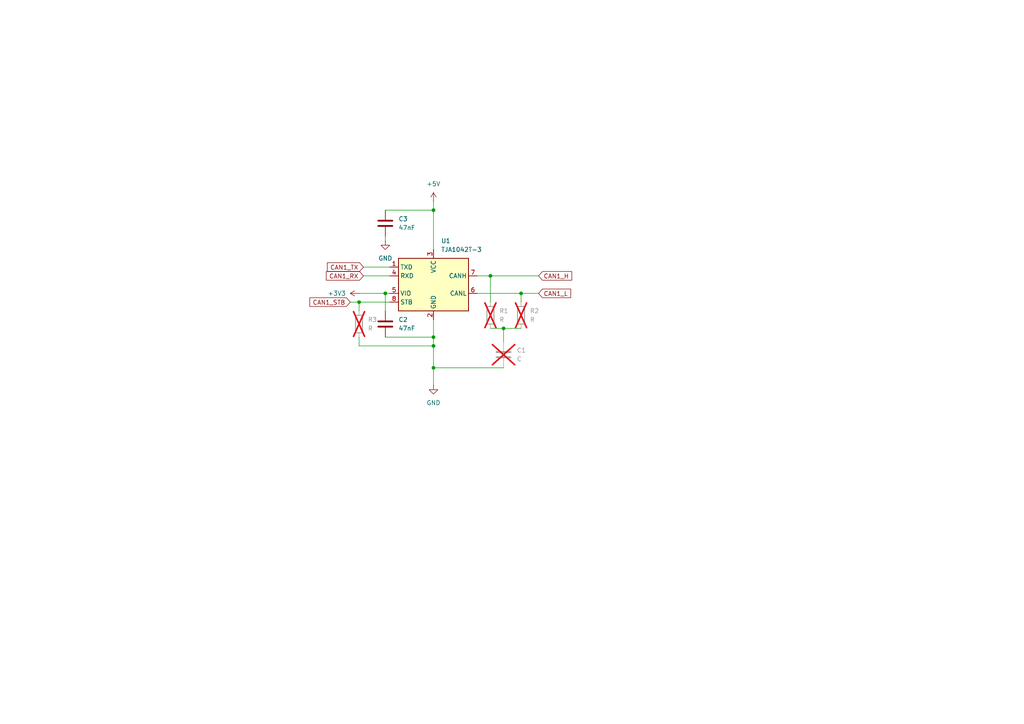
<source format=kicad_sch>
(kicad_sch (version 20231120) (generator "eeschema") (generator_version "8.0")
  (paper "A4")
  (lib_symbols
    (symbol "Device:C" (pin_numbers hide) (pin_names (offset 0.254))
      (property "Reference" "C" (at 0.635 2.54 0))
      (property "Value" "C" (at 0.635 -2.54 0))
      (symbol "C_0_1"
        (polyline (pts (xy -2.032 -0.762) (xy 2.032 -0.762)) (stroke (width 0.508)))
        (polyline (pts (xy -2.032 0.762) (xy 2.032 0.762)) (stroke (width 0.508)))
      )
      (symbol "C_1_1"
        (pin passive line (at 0 3.81 270) (length 2.794) (name "~") (number "1"))
        (pin passive line (at 0 -3.81 90) (length 2.794) (name "~") (number "2"))
      )
    )
    (symbol "Device:R" (pin_numbers hide) (pin_names (offset 0))
      (property "Reference" "R" (at 2.032 0 90))
      (property "Value" "R" (at 0 0 90))
      (symbol "R_0_1"
        (rectangle (start -1.016 -2.54) (end 1.016 2.54) (stroke (width 0.254)))
      )
      (symbol "R_1_1"
        (pin passive line (at 0 3.81 270) (length 1.27) (name "~") (number "1"))
        (pin passive line (at 0 -3.81 90) (length 1.27) (name "~") (number "2"))
      )
    )
    (symbol "Interface_CAN_LIN:TJA1042T-3"
      (property "Reference" "U" (at -10.16 8.89 0))
      (property "Value" "TJA1042T-3" (at 1.27 8.89 0))
      (symbol "TJA1042T-3_0_1"
        (rectangle (start -10.16 7.62) (end 10.16 -7.62) (stroke (width 0.254)) (fill (type background)))
      )
      (symbol "TJA1042T-3_1_1"
        (pin input line (at -12.7 5.08 0) (length 2.54) (name "TXD") (number "1"))
        (pin power_in line (at 0 -10.16 90) (length 2.54) (name "GND") (number "2"))
        (pin power_in line (at 0 10.16 270) (length 2.54) (name "VCC") (number "3"))
        (pin output line (at -12.7 2.54 0) (length 2.54) (name "RXD") (number "4"))
        (pin power_in line (at -12.7 -2.54 0) (length 2.54) (name "VIO") (number "5"))
        (pin bidirectional line (at 12.7 -2.54 180) (length 2.54) (name "CANL") (number "6"))
        (pin bidirectional line (at 12.7 2.54 180) (length 2.54) (name "CANH") (number "7"))
        (pin input line (at -12.7 -5.08 0) (length 2.54) (name "STB") (number "8"))
      )
    )
    (symbol "power:+3V3" (power) (pin_numbers hide) (pin_names (offset 0) hide)
      (property "Value" "+3V3" (at 0 3.556 0))
      (symbol "+3V3_0_1"
        (polyline (pts (xy -0.762 1.27) (xy 0 2.54)))
        (polyline (pts (xy 0 0) (xy 0 2.54)))
        (polyline (pts (xy 0 2.54) (xy 0.762 1.27)))
      )
      (symbol "+3V3_1_1"
        (pin power_in line (at 0 0 90) (length 0) (name "~") (number "1"))
      )
    )
    (symbol "power:+5V" (power) (pin_numbers hide) (pin_names (offset 0) hide)
      (property "Value" "+5V" (at 0 3.556 0))
      (symbol "+5V_0_1"
        (polyline (pts (xy -0.762 1.27) (xy 0 2.54)))
        (polyline (pts (xy 0 0) (xy 0 2.54)))
        (polyline (pts (xy 0 2.54) (xy 0.762 1.27)))
      )
      (symbol "+5V_1_1"
        (pin power_in line (at 0 0 90) (length 0) (name "~") (number "1"))
      )
    )
    (symbol "power:GND" (power) (pin_numbers hide) (pin_names (offset 0) hide)
      (property "Value" "GND" (at 0 -3.81 0))
      (symbol "GND_0_1"
        (polyline (pts (xy 0 0) (xy 0 -1.27) (xy 1.27 -1.27) (xy 0 -2.54) (xy -1.27 -1.27) (xy 0 -1.27)))
      )
      (symbol "GND_1_1"
        (pin power_in line (at 0 0 270) (length 0) (name "~") (number "1"))
      )
    )
  )
  (junction (at 125.73 60.96))
  (junction (at 104.14 87.63))
  (junction (at 125.73 106.68))
  (junction (at 151.13 85.09))
  (junction (at 125.73 100.33))
  (junction (at 142.24 80.01))
  (junction (at 111.76 85.09))
  (junction (at 125.73 97.79))
  (junction (at 146.05 95.25))
  (wire (pts (xy 111.76 85.09) (xy 111.76 90.17)))
  (wire (pts (xy 138.43 85.09) (xy 151.13 85.09)))
  (wire (pts (xy 111.76 85.09) (xy 113.03 85.09)))
  (wire (pts (xy 125.73 92.71) (xy 125.73 97.79)))
  (wire (pts (xy 125.73 97.79) (xy 125.73 100.33)))
  (wire (pts (xy 138.43 80.01) (xy 142.24 80.01)))
  (wire (pts (xy 142.24 95.25) (xy 146.05 95.25)))
  (wire (pts (xy 125.73 106.68) (xy 125.73 111.76)))
  (wire (pts (xy 104.14 87.63) (xy 104.14 90.17)))
  (wire (pts (xy 105.41 80.01) (xy 113.03 80.01)))
  (wire (pts (xy 151.13 85.09) (xy 151.13 87.63)))
  (wire (pts (xy 111.76 60.96) (xy 125.73 60.96)))
  (wire (pts (xy 111.76 97.79) (xy 125.73 97.79)))
  (wire (pts (xy 111.76 68.58) (xy 111.76 69.85)))
  (wire (pts (xy 104.14 87.63) (xy 113.03 87.63)))
  (wire (pts (xy 146.05 95.25) (xy 151.13 95.25)))
  (wire (pts (xy 146.05 95.25) (xy 146.05 99.06)))
  (wire (pts (xy 125.73 106.68) (xy 146.05 106.68)))
  (wire (pts (xy 105.41 77.47) (xy 113.03 77.47)))
  (wire (pts (xy 142.24 80.01) (xy 142.24 87.63)))
  (wire (pts (xy 104.14 85.09) (xy 111.76 85.09)))
  (wire (pts (xy 125.73 100.33) (xy 125.73 106.68)))
  (wire (pts (xy 142.24 80.01) (xy 156.21 80.01)))
  (wire (pts (xy 125.73 58.42) (xy 125.73 60.96)))
  (wire (pts (xy 104.14 100.33) (xy 125.73 100.33)))
  (wire (pts (xy 125.73 60.96) (xy 125.73 72.39)))
  (wire (pts (xy 101.6 87.63) (xy 104.14 87.63)))
  (wire (pts (xy 104.14 97.79) (xy 104.14 100.33)))
  (wire (pts (xy 151.13 85.09) (xy 156.21 85.09)))
  (global_label "CAN1_H" (shape input) (at 156.21 80.01 0) (property "Intersheetrefs" "${INTERSHEET_REFS}" (effects (hide yes))))
  (global_label "CAN1_L" (shape input) (at 156.21 85.09 0) (property "Intersheetrefs" "${INTERSHEET_REFS}" (effects (hide yes))))
  (global_label "CAN1_TX" (shape input) (at 105.41 77.47 180) (property "Intersheetrefs" "${INTERSHEET_REFS}" (effects (hide yes))))
  (global_label "CAN1_STB" (shape input) (at 101.6 87.63 180) (property "Intersheetrefs" "${INTERSHEET_REFS}" (effects (hide yes))))
  (global_label "CAN1_RX" (shape input) (at 105.41 80.01 180) (property "Intersheetrefs" "${INTERSHEET_REFS}" (effects (hide yes))))
  (symbol (lib_id "power:+3V3") (at 104.14 85.09 90) (unit 1)
    (property "Reference" "#PWR015" (effects (hide yes)))
    (property "Value" "+3V3" (at 100.33 85.0899 90) (effects (justify left)))
    (property "Description" "Power symbol creates a global label with name \"+3V3\"" (effects (hide yes)))
  )
  (symbol (lib_id "power:GND") (at 125.73 111.76 0) (unit 1)
    (property "Reference" "#PWR013" (effects (hide yes)))
    (property "Value" "GND" (at 125.73 116.84 0))
    (property "Description" "Power symbol creates a global label with name \"GND\" , ground" (effects (hide yes)))
  )
  (symbol (lib_id "Device:R") (at 151.13 91.44 0) (unit 1) (dnp yes)
    (property "Reference" "R2" (at 153.67 90.1699 0) (effects (justify left)))
    (property "Value" "R" (at 153.67 92.7099 0) (effects (justify left)))
    (property "Footprint" "Resistor_SMD:R_1206_3216Metric_Pad1.30x1.75mm_HandSolder" (effects (hide yes)))
    (property "Description" "Resistor" (effects (hide yes)))
  )
  (symbol (lib_id "Device:C") (at 111.76 93.98 0) (unit 1)
    (property "Reference" "C2" (at 115.57 92.7099 0) (effects (justify left)))
    (property "Value" "47nF" (at 115.57 95.2499 0) (effects (justify left)))
    (property "Footprint" "Capacitor_SMD:C_1206_3216Metric_Pad1.33x1.80mm_HandSolder" (effects (hide yes)))
    (property "Description" "Unpolarized capacitor" (effects (hide yes)))
  )
  (symbol (lib_id "Interface_CAN_LIN:TJA1042T-3") (at 125.73 82.55 0) (unit 1)
    (property "Reference" "U1" (at 127.9241 69.85 0) (effects (justify left)))
    (property "Value" "TJA1042T-3" (at 127.9241 72.39 0) (effects (justify left)))
    (property "Footprint" "Package_SO:SOIC-8_3.9x4.9mm_P1.27mm" (effects (hide yes)))
    (property "Datasheet" "http://www.nxp.com/docs/en/data-sheet/TJA1042.pdf" (effects (hide yes)))
    (property "Description" "High-Speed CAN Transceiver, separate VIO, standby mode, SOIC-8" (effects (hide yes)))
  )
  (symbol (lib_id "power:+5V") (at 125.73 58.42 0) (unit 1)
    (property "Reference" "#PWR014" (effects (hide yes)))
    (property "Value" "+5V" (at 125.73 53.34 0))
    (property "Description" "Power symbol creates a global label with name \"+5V\"" (effects (hide yes)))
  )
  (symbol (lib_id "Device:R") (at 142.24 91.44 0) (unit 1) (dnp yes)
    (property "Reference" "R1" (at 144.78 90.1699 0) (effects (justify left)))
    (property "Value" "R" (at 144.78 92.7099 0) (effects (justify left)))
    (property "Footprint" "Resistor_SMD:R_1206_3216Metric_Pad1.30x1.75mm_HandSolder" (effects (hide yes)))
    (property "Description" "Resistor" (effects (hide yes)))
  )
  (symbol (lib_id "Device:R") (at 104.14 93.98 0) (unit 1) (dnp yes)
    (property "Reference" "R3" (at 106.68 92.7099 0) (effects (justify left)))
    (property "Value" "R" (at 106.68 95.2499 0) (effects (justify left)))
    (property "Footprint" "Resistor_SMD:R_1206_3216Metric_Pad1.30x1.75mm_HandSolder" (effects (hide yes)))
    (property "Description" "Resistor" (effects (hide yes)))
  )
  (symbol (lib_id "power:GND") (at 111.76 69.85 0) (unit 1)
    (property "Reference" "#PWR016" (effects (hide yes)))
    (property "Value" "GND" (at 111.76 74.93 0))
    (property "Description" "Power symbol creates a global label with name \"GND\" , ground" (effects (hide yes)))
  )
  (symbol (lib_id "Device:C") (at 111.76 64.77 0) (unit 1)
    (property "Reference" "C3" (at 115.57 63.4999 0) (effects (justify left)))
    (property "Value" "47nF" (at 115.57 66.0399 0) (effects (justify left)))
    (property "Footprint" "Capacitor_SMD:C_1206_3216Metric_Pad1.33x1.80mm_HandSolder" (effects (hide yes)))
    (property "Description" "Unpolarized capacitor" (effects (hide yes)))
  )
  (symbol (lib_id "Device:C") (at 146.05 102.87 0) (unit 1) (dnp yes)
    (property "Reference" "C1" (at 149.86 101.5999 0) (effects (justify left)))
    (property "Value" "C" (at 149.86 104.1399 0) (effects (justify left)))
    (property "Footprint" "Capacitor_SMD:C_1206_3216Metric_Pad1.33x1.80mm_HandSolder" (effects (hide yes)))
    (property "Description" "Unpolarized capacitor" (effects (hide yes)))
  )
)
</source>
